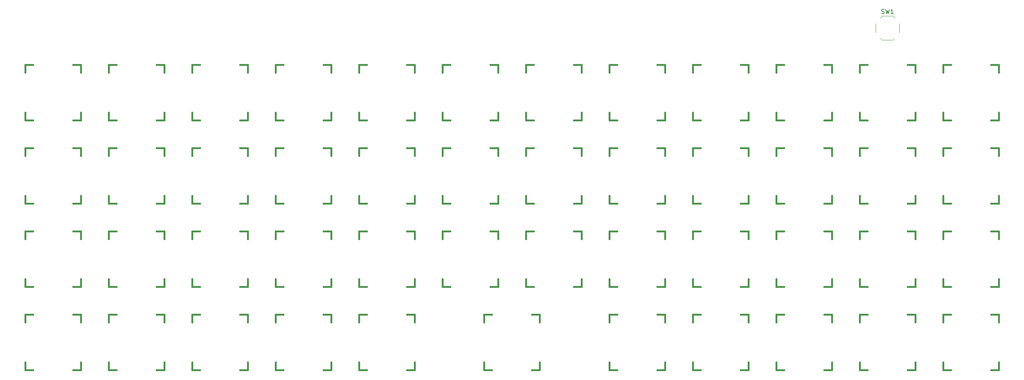
<source format=gbr>
G04 #@! TF.GenerationSoftware,KiCad,Pcbnew,(5.1.0)-1*
G04 #@! TF.CreationDate,2020-08-27T01:02:26-04:00*
G04 #@! TF.ProjectId,keyboard,6b657962-6f61-4726-942e-6b696361645f,rev?*
G04 #@! TF.SameCoordinates,Original*
G04 #@! TF.FileFunction,Legend,Top*
G04 #@! TF.FilePolarity,Positive*
%FSLAX46Y46*%
G04 Gerber Fmt 4.6, Leading zero omitted, Abs format (unit mm)*
G04 Created by KiCad (PCBNEW (5.1.0)-1) date 2020-08-27 01:02:26*
%MOMM*%
%LPD*%
G04 APERTURE LIST*
%ADD10C,0.381000*%
%ADD11C,0.120000*%
%ADD12C,0.150000*%
G04 APERTURE END LIST*
D10*
X22225000Y-54959250D02*
X22225000Y-53181250D01*
X22225000Y-65881250D02*
X22225000Y-64103250D01*
X24003000Y-65881250D02*
X22225000Y-65881250D01*
X34925000Y-65881250D02*
X33147000Y-65881250D01*
X34925000Y-64103250D02*
X34925000Y-65881250D01*
X34925000Y-53181250D02*
X34925000Y-54959250D01*
X33147000Y-53181250D02*
X34925000Y-53181250D01*
X22225000Y-53181250D02*
X24003000Y-53181250D01*
X41275000Y-53181250D02*
X43053000Y-53181250D01*
X52197000Y-53181250D02*
X53975000Y-53181250D01*
X53975000Y-53181250D02*
X53975000Y-54959250D01*
X53975000Y-64103250D02*
X53975000Y-65881250D01*
X53975000Y-65881250D02*
X52197000Y-65881250D01*
X43053000Y-65881250D02*
X41275000Y-65881250D01*
X41275000Y-65881250D02*
X41275000Y-64103250D01*
X41275000Y-54959250D02*
X41275000Y-53181250D01*
X60325000Y-54959250D02*
X60325000Y-53181250D01*
X60325000Y-65881250D02*
X60325000Y-64103250D01*
X62103000Y-65881250D02*
X60325000Y-65881250D01*
X73025000Y-65881250D02*
X71247000Y-65881250D01*
X73025000Y-64103250D02*
X73025000Y-65881250D01*
X73025000Y-53181250D02*
X73025000Y-54959250D01*
X71247000Y-53181250D02*
X73025000Y-53181250D01*
X60325000Y-53181250D02*
X62103000Y-53181250D01*
X79375000Y-53181250D02*
X81153000Y-53181250D01*
X90297000Y-53181250D02*
X92075000Y-53181250D01*
X92075000Y-53181250D02*
X92075000Y-54959250D01*
X92075000Y-64103250D02*
X92075000Y-65881250D01*
X92075000Y-65881250D02*
X90297000Y-65881250D01*
X81153000Y-65881250D02*
X79375000Y-65881250D01*
X79375000Y-65881250D02*
X79375000Y-64103250D01*
X79375000Y-54959250D02*
X79375000Y-53181250D01*
X98425000Y-54959250D02*
X98425000Y-53181250D01*
X98425000Y-65881250D02*
X98425000Y-64103250D01*
X100203000Y-65881250D02*
X98425000Y-65881250D01*
X111125000Y-65881250D02*
X109347000Y-65881250D01*
X111125000Y-64103250D02*
X111125000Y-65881250D01*
X111125000Y-53181250D02*
X111125000Y-54959250D01*
X109347000Y-53181250D02*
X111125000Y-53181250D01*
X98425000Y-53181250D02*
X100203000Y-53181250D01*
X117475000Y-53181250D02*
X119253000Y-53181250D01*
X128397000Y-53181250D02*
X130175000Y-53181250D01*
X130175000Y-53181250D02*
X130175000Y-54959250D01*
X130175000Y-64103250D02*
X130175000Y-65881250D01*
X130175000Y-65881250D02*
X128397000Y-65881250D01*
X119253000Y-65881250D02*
X117475000Y-65881250D01*
X117475000Y-65881250D02*
X117475000Y-64103250D01*
X117475000Y-54959250D02*
X117475000Y-53181250D01*
X136525000Y-54959250D02*
X136525000Y-53181250D01*
X136525000Y-65881250D02*
X136525000Y-64103250D01*
X138303000Y-65881250D02*
X136525000Y-65881250D01*
X149225000Y-65881250D02*
X147447000Y-65881250D01*
X149225000Y-64103250D02*
X149225000Y-65881250D01*
X149225000Y-53181250D02*
X149225000Y-54959250D01*
X147447000Y-53181250D02*
X149225000Y-53181250D01*
X136525000Y-53181250D02*
X138303000Y-53181250D01*
X155575000Y-53181250D02*
X157353000Y-53181250D01*
X166497000Y-53181250D02*
X168275000Y-53181250D01*
X168275000Y-53181250D02*
X168275000Y-54959250D01*
X168275000Y-64103250D02*
X168275000Y-65881250D01*
X168275000Y-65881250D02*
X166497000Y-65881250D01*
X157353000Y-65881250D02*
X155575000Y-65881250D01*
X155575000Y-65881250D02*
X155575000Y-64103250D01*
X155575000Y-54959250D02*
X155575000Y-53181250D01*
X174625000Y-54959250D02*
X174625000Y-53181250D01*
X174625000Y-65881250D02*
X174625000Y-64103250D01*
X176403000Y-65881250D02*
X174625000Y-65881250D01*
X187325000Y-65881250D02*
X185547000Y-65881250D01*
X187325000Y-64103250D02*
X187325000Y-65881250D01*
X187325000Y-53181250D02*
X187325000Y-54959250D01*
X185547000Y-53181250D02*
X187325000Y-53181250D01*
X174625000Y-53181250D02*
X176403000Y-53181250D01*
X193675000Y-53181250D02*
X195453000Y-53181250D01*
X204597000Y-53181250D02*
X206375000Y-53181250D01*
X206375000Y-53181250D02*
X206375000Y-54959250D01*
X206375000Y-64103250D02*
X206375000Y-65881250D01*
X206375000Y-65881250D02*
X204597000Y-65881250D01*
X195453000Y-65881250D02*
X193675000Y-65881250D01*
X193675000Y-65881250D02*
X193675000Y-64103250D01*
X193675000Y-54959250D02*
X193675000Y-53181250D01*
X212725000Y-54959250D02*
X212725000Y-53181250D01*
X212725000Y-65881250D02*
X212725000Y-64103250D01*
X214503000Y-65881250D02*
X212725000Y-65881250D01*
X225425000Y-65881250D02*
X223647000Y-65881250D01*
X225425000Y-64103250D02*
X225425000Y-65881250D01*
X225425000Y-53181250D02*
X225425000Y-54959250D01*
X223647000Y-53181250D02*
X225425000Y-53181250D01*
X212725000Y-53181250D02*
X214503000Y-53181250D01*
X231775000Y-53181250D02*
X233553000Y-53181250D01*
X242697000Y-53181250D02*
X244475000Y-53181250D01*
X244475000Y-53181250D02*
X244475000Y-54959250D01*
X244475000Y-64103250D02*
X244475000Y-65881250D01*
X244475000Y-65881250D02*
X242697000Y-65881250D01*
X233553000Y-65881250D02*
X231775000Y-65881250D01*
X231775000Y-65881250D02*
X231775000Y-64103250D01*
X231775000Y-54959250D02*
X231775000Y-53181250D01*
X22225000Y-72231250D02*
X24003000Y-72231250D01*
X33147000Y-72231250D02*
X34925000Y-72231250D01*
X34925000Y-72231250D02*
X34925000Y-74009250D01*
X34925000Y-83153250D02*
X34925000Y-84931250D01*
X34925000Y-84931250D02*
X33147000Y-84931250D01*
X24003000Y-84931250D02*
X22225000Y-84931250D01*
X22225000Y-84931250D02*
X22225000Y-83153250D01*
X22225000Y-74009250D02*
X22225000Y-72231250D01*
X60325000Y-74009250D02*
X60325000Y-72231250D01*
X60325000Y-84931250D02*
X60325000Y-83153250D01*
X62103000Y-84931250D02*
X60325000Y-84931250D01*
X73025000Y-84931250D02*
X71247000Y-84931250D01*
X73025000Y-83153250D02*
X73025000Y-84931250D01*
X73025000Y-72231250D02*
X73025000Y-74009250D01*
X71247000Y-72231250D02*
X73025000Y-72231250D01*
X60325000Y-72231250D02*
X62103000Y-72231250D01*
X79375000Y-72231250D02*
X81153000Y-72231250D01*
X90297000Y-72231250D02*
X92075000Y-72231250D01*
X92075000Y-72231250D02*
X92075000Y-74009250D01*
X92075000Y-83153250D02*
X92075000Y-84931250D01*
X92075000Y-84931250D02*
X90297000Y-84931250D01*
X81153000Y-84931250D02*
X79375000Y-84931250D01*
X79375000Y-84931250D02*
X79375000Y-83153250D01*
X79375000Y-74009250D02*
X79375000Y-72231250D01*
X98425000Y-74009250D02*
X98425000Y-72231250D01*
X98425000Y-84931250D02*
X98425000Y-83153250D01*
X100203000Y-84931250D02*
X98425000Y-84931250D01*
X111125000Y-84931250D02*
X109347000Y-84931250D01*
X111125000Y-83153250D02*
X111125000Y-84931250D01*
X111125000Y-72231250D02*
X111125000Y-74009250D01*
X109347000Y-72231250D02*
X111125000Y-72231250D01*
X98425000Y-72231250D02*
X100203000Y-72231250D01*
X117475000Y-72231250D02*
X119253000Y-72231250D01*
X128397000Y-72231250D02*
X130175000Y-72231250D01*
X130175000Y-72231250D02*
X130175000Y-74009250D01*
X130175000Y-83153250D02*
X130175000Y-84931250D01*
X130175000Y-84931250D02*
X128397000Y-84931250D01*
X119253000Y-84931250D02*
X117475000Y-84931250D01*
X117475000Y-84931250D02*
X117475000Y-83153250D01*
X117475000Y-74009250D02*
X117475000Y-72231250D01*
X136525000Y-74009250D02*
X136525000Y-72231250D01*
X136525000Y-84931250D02*
X136525000Y-83153250D01*
X138303000Y-84931250D02*
X136525000Y-84931250D01*
X149225000Y-84931250D02*
X147447000Y-84931250D01*
X149225000Y-83153250D02*
X149225000Y-84931250D01*
X149225000Y-72231250D02*
X149225000Y-74009250D01*
X147447000Y-72231250D02*
X149225000Y-72231250D01*
X136525000Y-72231250D02*
X138303000Y-72231250D01*
X155575000Y-72231250D02*
X157353000Y-72231250D01*
X166497000Y-72231250D02*
X168275000Y-72231250D01*
X168275000Y-72231250D02*
X168275000Y-74009250D01*
X168275000Y-83153250D02*
X168275000Y-84931250D01*
X168275000Y-84931250D02*
X166497000Y-84931250D01*
X157353000Y-84931250D02*
X155575000Y-84931250D01*
X155575000Y-84931250D02*
X155575000Y-83153250D01*
X155575000Y-74009250D02*
X155575000Y-72231250D01*
X174625000Y-74009250D02*
X174625000Y-72231250D01*
X174625000Y-84931250D02*
X174625000Y-83153250D01*
X176403000Y-84931250D02*
X174625000Y-84931250D01*
X187325000Y-84931250D02*
X185547000Y-84931250D01*
X187325000Y-83153250D02*
X187325000Y-84931250D01*
X187325000Y-72231250D02*
X187325000Y-74009250D01*
X185547000Y-72231250D02*
X187325000Y-72231250D01*
X174625000Y-72231250D02*
X176403000Y-72231250D01*
X193675000Y-72231250D02*
X195453000Y-72231250D01*
X204597000Y-72231250D02*
X206375000Y-72231250D01*
X206375000Y-72231250D02*
X206375000Y-74009250D01*
X206375000Y-83153250D02*
X206375000Y-84931250D01*
X206375000Y-84931250D02*
X204597000Y-84931250D01*
X195453000Y-84931250D02*
X193675000Y-84931250D01*
X193675000Y-84931250D02*
X193675000Y-83153250D01*
X193675000Y-74009250D02*
X193675000Y-72231250D01*
X212725000Y-74009250D02*
X212725000Y-72231250D01*
X212725000Y-84931250D02*
X212725000Y-83153250D01*
X214503000Y-84931250D02*
X212725000Y-84931250D01*
X225425000Y-84931250D02*
X223647000Y-84931250D01*
X225425000Y-83153250D02*
X225425000Y-84931250D01*
X225425000Y-72231250D02*
X225425000Y-74009250D01*
X223647000Y-72231250D02*
X225425000Y-72231250D01*
X212725000Y-72231250D02*
X214503000Y-72231250D01*
X231775000Y-74009250D02*
X231775000Y-72231250D01*
X231775000Y-84931250D02*
X231775000Y-83153250D01*
X233553000Y-84931250D02*
X231775000Y-84931250D01*
X244475000Y-84931250D02*
X242697000Y-84931250D01*
X244475000Y-83153250D02*
X244475000Y-84931250D01*
X244475000Y-72231250D02*
X244475000Y-74009250D01*
X242697000Y-72231250D02*
X244475000Y-72231250D01*
X231775000Y-72231250D02*
X233553000Y-72231250D01*
X22225000Y-91281250D02*
X24003000Y-91281250D01*
X33147000Y-91281250D02*
X34925000Y-91281250D01*
X34925000Y-91281250D02*
X34925000Y-93059250D01*
X34925000Y-102203250D02*
X34925000Y-103981250D01*
X34925000Y-103981250D02*
X33147000Y-103981250D01*
X24003000Y-103981250D02*
X22225000Y-103981250D01*
X22225000Y-103981250D02*
X22225000Y-102203250D01*
X22225000Y-93059250D02*
X22225000Y-91281250D01*
X41275000Y-91281250D02*
X43053000Y-91281250D01*
X52197000Y-91281250D02*
X53975000Y-91281250D01*
X53975000Y-91281250D02*
X53975000Y-93059250D01*
X53975000Y-102203250D02*
X53975000Y-103981250D01*
X53975000Y-103981250D02*
X52197000Y-103981250D01*
X43053000Y-103981250D02*
X41275000Y-103981250D01*
X41275000Y-103981250D02*
X41275000Y-102203250D01*
X41275000Y-93059250D02*
X41275000Y-91281250D01*
X60325000Y-93059250D02*
X60325000Y-91281250D01*
X60325000Y-103981250D02*
X60325000Y-102203250D01*
X62103000Y-103981250D02*
X60325000Y-103981250D01*
X73025000Y-103981250D02*
X71247000Y-103981250D01*
X73025000Y-102203250D02*
X73025000Y-103981250D01*
X73025000Y-91281250D02*
X73025000Y-93059250D01*
X71247000Y-91281250D02*
X73025000Y-91281250D01*
X60325000Y-91281250D02*
X62103000Y-91281250D01*
X79375000Y-91281250D02*
X81153000Y-91281250D01*
X90297000Y-91281250D02*
X92075000Y-91281250D01*
X92075000Y-91281250D02*
X92075000Y-93059250D01*
X92075000Y-102203250D02*
X92075000Y-103981250D01*
X92075000Y-103981250D02*
X90297000Y-103981250D01*
X81153000Y-103981250D02*
X79375000Y-103981250D01*
X79375000Y-103981250D02*
X79375000Y-102203250D01*
X79375000Y-93059250D02*
X79375000Y-91281250D01*
X98425000Y-93059250D02*
X98425000Y-91281250D01*
X98425000Y-103981250D02*
X98425000Y-102203250D01*
X100203000Y-103981250D02*
X98425000Y-103981250D01*
X111125000Y-103981250D02*
X109347000Y-103981250D01*
X111125000Y-102203250D02*
X111125000Y-103981250D01*
X111125000Y-91281250D02*
X111125000Y-93059250D01*
X109347000Y-91281250D02*
X111125000Y-91281250D01*
X98425000Y-91281250D02*
X100203000Y-91281250D01*
X117475000Y-93059250D02*
X117475000Y-91281250D01*
X117475000Y-103981250D02*
X117475000Y-102203250D01*
X119253000Y-103981250D02*
X117475000Y-103981250D01*
X130175000Y-103981250D02*
X128397000Y-103981250D01*
X130175000Y-102203250D02*
X130175000Y-103981250D01*
X130175000Y-91281250D02*
X130175000Y-93059250D01*
X128397000Y-91281250D02*
X130175000Y-91281250D01*
X117475000Y-91281250D02*
X119253000Y-91281250D01*
X136525000Y-93059250D02*
X136525000Y-91281250D01*
X136525000Y-103981250D02*
X136525000Y-102203250D01*
X138303000Y-103981250D02*
X136525000Y-103981250D01*
X149225000Y-103981250D02*
X147447000Y-103981250D01*
X149225000Y-102203250D02*
X149225000Y-103981250D01*
X149225000Y-91281250D02*
X149225000Y-93059250D01*
X147447000Y-91281250D02*
X149225000Y-91281250D01*
X136525000Y-91281250D02*
X138303000Y-91281250D01*
X155575000Y-93059250D02*
X155575000Y-91281250D01*
X155575000Y-103981250D02*
X155575000Y-102203250D01*
X157353000Y-103981250D02*
X155575000Y-103981250D01*
X168275000Y-103981250D02*
X166497000Y-103981250D01*
X168275000Y-102203250D02*
X168275000Y-103981250D01*
X168275000Y-91281250D02*
X168275000Y-93059250D01*
X166497000Y-91281250D02*
X168275000Y-91281250D01*
X155575000Y-91281250D02*
X157353000Y-91281250D01*
X174625000Y-91281250D02*
X176403000Y-91281250D01*
X185547000Y-91281250D02*
X187325000Y-91281250D01*
X187325000Y-91281250D02*
X187325000Y-93059250D01*
X187325000Y-102203250D02*
X187325000Y-103981250D01*
X187325000Y-103981250D02*
X185547000Y-103981250D01*
X176403000Y-103981250D02*
X174625000Y-103981250D01*
X174625000Y-103981250D02*
X174625000Y-102203250D01*
X174625000Y-93059250D02*
X174625000Y-91281250D01*
X193675000Y-91281250D02*
X195453000Y-91281250D01*
X204597000Y-91281250D02*
X206375000Y-91281250D01*
X206375000Y-91281250D02*
X206375000Y-93059250D01*
X206375000Y-102203250D02*
X206375000Y-103981250D01*
X206375000Y-103981250D02*
X204597000Y-103981250D01*
X195453000Y-103981250D02*
X193675000Y-103981250D01*
X193675000Y-103981250D02*
X193675000Y-102203250D01*
X193675000Y-93059250D02*
X193675000Y-91281250D01*
X212725000Y-93059250D02*
X212725000Y-91281250D01*
X212725000Y-103981250D02*
X212725000Y-102203250D01*
X214503000Y-103981250D02*
X212725000Y-103981250D01*
X225425000Y-103981250D02*
X223647000Y-103981250D01*
X225425000Y-102203250D02*
X225425000Y-103981250D01*
X225425000Y-91281250D02*
X225425000Y-93059250D01*
X223647000Y-91281250D02*
X225425000Y-91281250D01*
X212725000Y-91281250D02*
X214503000Y-91281250D01*
X231775000Y-91281250D02*
X233553000Y-91281250D01*
X242697000Y-91281250D02*
X244475000Y-91281250D01*
X244475000Y-91281250D02*
X244475000Y-93059250D01*
X244475000Y-102203250D02*
X244475000Y-103981250D01*
X244475000Y-103981250D02*
X242697000Y-103981250D01*
X233553000Y-103981250D02*
X231775000Y-103981250D01*
X231775000Y-103981250D02*
X231775000Y-102203250D01*
X231775000Y-93059250D02*
X231775000Y-91281250D01*
X22225000Y-112109250D02*
X22225000Y-110331250D01*
X22225000Y-123031250D02*
X22225000Y-121253250D01*
X24003000Y-123031250D02*
X22225000Y-123031250D01*
X34925000Y-123031250D02*
X33147000Y-123031250D01*
X34925000Y-121253250D02*
X34925000Y-123031250D01*
X34925000Y-110331250D02*
X34925000Y-112109250D01*
X33147000Y-110331250D02*
X34925000Y-110331250D01*
X22225000Y-110331250D02*
X24003000Y-110331250D01*
X41275000Y-110331250D02*
X43053000Y-110331250D01*
X52197000Y-110331250D02*
X53975000Y-110331250D01*
X53975000Y-110331250D02*
X53975000Y-112109250D01*
X53975000Y-121253250D02*
X53975000Y-123031250D01*
X53975000Y-123031250D02*
X52197000Y-123031250D01*
X43053000Y-123031250D02*
X41275000Y-123031250D01*
X41275000Y-123031250D02*
X41275000Y-121253250D01*
X41275000Y-112109250D02*
X41275000Y-110331250D01*
X60325000Y-112109250D02*
X60325000Y-110331250D01*
X60325000Y-123031250D02*
X60325000Y-121253250D01*
X62103000Y-123031250D02*
X60325000Y-123031250D01*
X73025000Y-123031250D02*
X71247000Y-123031250D01*
X73025000Y-121253250D02*
X73025000Y-123031250D01*
X73025000Y-110331250D02*
X73025000Y-112109250D01*
X71247000Y-110331250D02*
X73025000Y-110331250D01*
X60325000Y-110331250D02*
X62103000Y-110331250D01*
X79375000Y-110331250D02*
X81153000Y-110331250D01*
X90297000Y-110331250D02*
X92075000Y-110331250D01*
X92075000Y-110331250D02*
X92075000Y-112109250D01*
X92075000Y-121253250D02*
X92075000Y-123031250D01*
X92075000Y-123031250D02*
X90297000Y-123031250D01*
X81153000Y-123031250D02*
X79375000Y-123031250D01*
X79375000Y-123031250D02*
X79375000Y-121253250D01*
X79375000Y-112109250D02*
X79375000Y-110331250D01*
X98425000Y-110331250D02*
X100203000Y-110331250D01*
X109347000Y-110331250D02*
X111125000Y-110331250D01*
X111125000Y-110331250D02*
X111125000Y-112109250D01*
X111125000Y-121253250D02*
X111125000Y-123031250D01*
X111125000Y-123031250D02*
X109347000Y-123031250D01*
X100203000Y-123031250D02*
X98425000Y-123031250D01*
X98425000Y-123031250D02*
X98425000Y-121253250D01*
X98425000Y-112109250D02*
X98425000Y-110331250D01*
X127000000Y-110331250D02*
X128778000Y-110331250D01*
X137922000Y-110331250D02*
X139700000Y-110331250D01*
X139700000Y-110331250D02*
X139700000Y-112109250D01*
X139700000Y-121253250D02*
X139700000Y-123031250D01*
X139700000Y-123031250D02*
X137922000Y-123031250D01*
X128778000Y-123031250D02*
X127000000Y-123031250D01*
X127000000Y-123031250D02*
X127000000Y-121253250D01*
X127000000Y-112109250D02*
X127000000Y-110331250D01*
X155575000Y-112109250D02*
X155575000Y-110331250D01*
X155575000Y-123031250D02*
X155575000Y-121253250D01*
X157353000Y-123031250D02*
X155575000Y-123031250D01*
X168275000Y-123031250D02*
X166497000Y-123031250D01*
X168275000Y-121253250D02*
X168275000Y-123031250D01*
X168275000Y-110331250D02*
X168275000Y-112109250D01*
X166497000Y-110331250D02*
X168275000Y-110331250D01*
X155575000Y-110331250D02*
X157353000Y-110331250D01*
X174625000Y-110331250D02*
X176403000Y-110331250D01*
X185547000Y-110331250D02*
X187325000Y-110331250D01*
X187325000Y-110331250D02*
X187325000Y-112109250D01*
X187325000Y-121253250D02*
X187325000Y-123031250D01*
X187325000Y-123031250D02*
X185547000Y-123031250D01*
X176403000Y-123031250D02*
X174625000Y-123031250D01*
X174625000Y-123031250D02*
X174625000Y-121253250D01*
X174625000Y-112109250D02*
X174625000Y-110331250D01*
X193675000Y-110331250D02*
X195453000Y-110331250D01*
X204597000Y-110331250D02*
X206375000Y-110331250D01*
X206375000Y-110331250D02*
X206375000Y-112109250D01*
X206375000Y-121253250D02*
X206375000Y-123031250D01*
X206375000Y-123031250D02*
X204597000Y-123031250D01*
X195453000Y-123031250D02*
X193675000Y-123031250D01*
X193675000Y-123031250D02*
X193675000Y-121253250D01*
X193675000Y-112109250D02*
X193675000Y-110331250D01*
X212725000Y-112109250D02*
X212725000Y-110331250D01*
X212725000Y-123031250D02*
X212725000Y-121253250D01*
X214503000Y-123031250D02*
X212725000Y-123031250D01*
X225425000Y-123031250D02*
X223647000Y-123031250D01*
X225425000Y-121253250D02*
X225425000Y-123031250D01*
X225425000Y-110331250D02*
X225425000Y-112109250D01*
X223647000Y-110331250D02*
X225425000Y-110331250D01*
X212725000Y-110331250D02*
X214503000Y-110331250D01*
X231775000Y-112109250D02*
X231775000Y-110331250D01*
X231775000Y-123031250D02*
X231775000Y-121253250D01*
X233553000Y-123031250D02*
X231775000Y-123031250D01*
X244475000Y-123031250D02*
X242697000Y-123031250D01*
X244475000Y-121253250D02*
X244475000Y-123031250D01*
X244475000Y-110331250D02*
X244475000Y-112109250D01*
X242697000Y-110331250D02*
X244475000Y-110331250D01*
X231775000Y-110331250D02*
X233553000Y-110331250D01*
D11*
X217375000Y-47062500D02*
X217825000Y-47512500D01*
X220775000Y-47062500D02*
X220325000Y-47512500D01*
X220775000Y-42462500D02*
X220325000Y-42012500D01*
X217375000Y-42462500D02*
X217825000Y-42012500D01*
X221825000Y-43762500D02*
X221825000Y-45762500D01*
X217825000Y-47512500D02*
X220325000Y-47512500D01*
X216325000Y-43762500D02*
X216325000Y-45762500D01*
X217825000Y-42012500D02*
X220325000Y-42012500D01*
D10*
X41275000Y-74009250D02*
X41275000Y-72231250D01*
X41275000Y-84931250D02*
X41275000Y-83153250D01*
X43053000Y-84931250D02*
X41275000Y-84931250D01*
X53975000Y-84931250D02*
X52197000Y-84931250D01*
X53975000Y-83153250D02*
X53975000Y-84931250D01*
X53975000Y-72231250D02*
X53975000Y-74009250D01*
X52197000Y-72231250D02*
X53975000Y-72231250D01*
X41275000Y-72231250D02*
X43053000Y-72231250D01*
D12*
X217741666Y-41417261D02*
X217884523Y-41464880D01*
X218122619Y-41464880D01*
X218217857Y-41417261D01*
X218265476Y-41369642D01*
X218313095Y-41274404D01*
X218313095Y-41179166D01*
X218265476Y-41083928D01*
X218217857Y-41036309D01*
X218122619Y-40988690D01*
X217932142Y-40941071D01*
X217836904Y-40893452D01*
X217789285Y-40845833D01*
X217741666Y-40750595D01*
X217741666Y-40655357D01*
X217789285Y-40560119D01*
X217836904Y-40512500D01*
X217932142Y-40464880D01*
X218170238Y-40464880D01*
X218313095Y-40512500D01*
X218646428Y-40464880D02*
X218884523Y-41464880D01*
X219075000Y-40750595D01*
X219265476Y-41464880D01*
X219503571Y-40464880D01*
X220408333Y-41464880D02*
X219836904Y-41464880D01*
X220122619Y-41464880D02*
X220122619Y-40464880D01*
X220027380Y-40607738D01*
X219932142Y-40702976D01*
X219836904Y-40750595D01*
M02*

</source>
